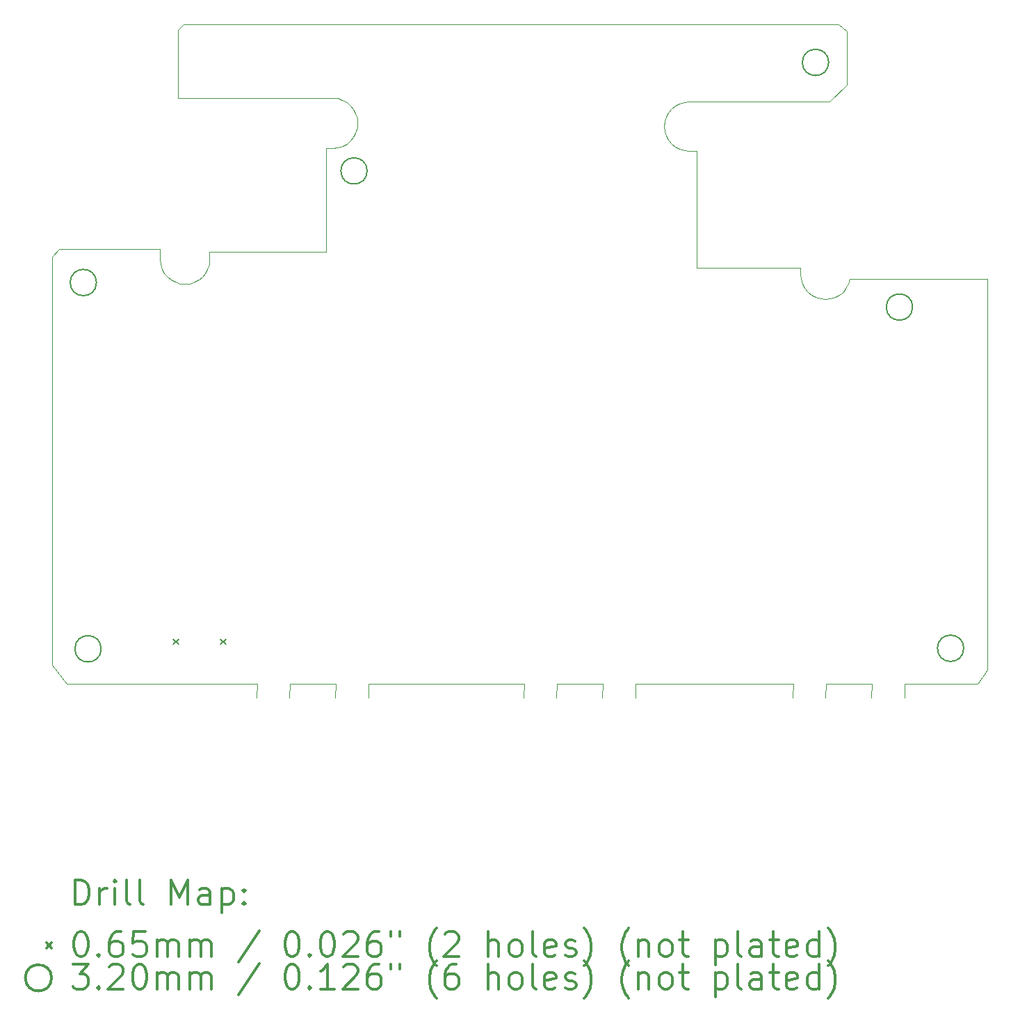
<source format=gbr>
%FSLAX45Y45*%
G04 Gerber Fmt 4.5, Leading zero omitted, Abs format (unit mm)*
G04 Created by KiCad (PCBNEW (5.1.5-0-10_14)) date 2021-06-21 18:30:45*
%MOMM*%
%LPD*%
G04 APERTURE LIST*
%TA.AperFunction,Profile*%
%ADD10C,0.050000*%
%TD*%
%ADD11C,0.200000*%
%ADD12C,0.300000*%
G04 APERTURE END LIST*
D10*
X20180300Y-10217150D02*
X19970750Y-10420350D01*
X13398500Y-17506950D02*
X13394100Y-17680000D01*
X14354100Y-17680000D02*
X14357350Y-17506950D01*
X13004800Y-17506950D02*
X12994100Y-17680000D01*
X13954100Y-17680000D02*
X13957300Y-17506950D01*
X17605300Y-17680000D02*
X17608550Y-17506950D01*
X16256000Y-17506950D02*
X16245300Y-17680000D01*
X16649700Y-17506950D02*
X16645300Y-17680000D01*
X17205300Y-17680000D02*
X17208500Y-17506950D01*
X10677800Y-17506950D02*
X13004800Y-17506950D01*
X14357350Y-17506950D02*
X16256000Y-17506950D01*
X17608550Y-17506950D02*
X19532600Y-17506950D01*
X17208500Y-17506950D02*
X16649700Y-17506950D01*
X13957300Y-17506950D02*
X13398500Y-17506950D01*
X19532600Y-17506950D02*
X19521900Y-17680000D01*
X20881900Y-17680000D02*
X20885150Y-17506950D01*
X19926300Y-17506950D02*
X19921900Y-17680000D01*
X20485100Y-17506950D02*
X19926300Y-17506950D01*
X20481900Y-17680000D02*
X20485100Y-17506950D01*
X21774150Y-17506950D02*
X20885150Y-17506950D01*
X10500000Y-12312650D02*
X10591800Y-12217400D01*
X10500000Y-17278350D02*
X10500000Y-12312650D01*
X10677800Y-17506950D02*
X10500000Y-17278350D01*
X21888450Y-17341850D02*
X21774150Y-17506950D01*
X21888450Y-12579350D02*
X21888450Y-17341850D01*
X20218400Y-12579350D02*
X21888450Y-12579350D01*
X20199350Y-12636500D02*
X20218400Y-12579350D01*
X20167600Y-12693650D02*
X20199350Y-12636500D01*
X20135850Y-12738100D02*
X20167600Y-12693650D01*
X20091400Y-12776200D02*
X20135850Y-12738100D01*
X20040600Y-12801600D02*
X20091400Y-12776200D01*
X19977100Y-12820650D02*
X20040600Y-12801600D01*
X19919950Y-12827000D02*
X19977100Y-12820650D01*
X19856450Y-12820650D02*
X19919950Y-12827000D01*
X19799300Y-12801600D02*
X19856450Y-12820650D01*
X19748500Y-12776200D02*
X19799300Y-12801600D01*
X19704050Y-12738100D02*
X19748500Y-12776200D01*
X19665950Y-12693650D02*
X19704050Y-12738100D01*
X19640550Y-12642850D02*
X19665950Y-12693650D01*
X19621500Y-12579350D02*
X19640550Y-12642850D01*
X19615150Y-12522200D02*
X19621500Y-12579350D01*
X19615150Y-12446000D02*
X19615150Y-12522200D01*
X18351500Y-12446000D02*
X19615150Y-12446000D01*
X18351500Y-11023600D02*
X18351500Y-12446000D01*
X18262600Y-11023600D02*
X18351500Y-11023600D01*
X18199100Y-11017250D02*
X18262600Y-11023600D01*
X18141950Y-10998200D02*
X18199100Y-11017250D01*
X18091150Y-10972800D02*
X18141950Y-10998200D01*
X18046700Y-10934700D02*
X18091150Y-10972800D01*
X18008600Y-10890250D02*
X18046700Y-10934700D01*
X17983200Y-10839450D02*
X18008600Y-10890250D01*
X17964150Y-10782300D02*
X17983200Y-10839450D01*
X17957800Y-10725150D02*
X17964150Y-10782300D01*
X17964150Y-10661650D02*
X17957800Y-10725150D01*
X17976850Y-10610850D02*
X17964150Y-10661650D01*
X18008600Y-10553700D02*
X17976850Y-10610850D01*
X18046700Y-10509250D02*
X18008600Y-10553700D01*
X18091150Y-10471150D02*
X18046700Y-10509250D01*
X18141950Y-10445750D02*
X18091150Y-10471150D01*
X18199100Y-10426700D02*
X18141950Y-10445750D01*
X18256250Y-10420350D02*
X18199100Y-10426700D01*
X19970750Y-10420350D02*
X18256250Y-10420350D01*
X20180300Y-9563100D02*
X20180300Y-10217150D01*
X20078700Y-9480550D02*
X20180300Y-9563100D01*
X12103100Y-9480550D02*
X20078700Y-9480550D01*
X12039600Y-9550400D02*
X12103100Y-9480550D01*
X12039600Y-9728200D02*
X12039600Y-9550400D01*
X12039600Y-10382250D02*
X12039600Y-9728200D01*
X13982700Y-10382250D02*
X12039600Y-10382250D01*
X14033500Y-10401300D02*
X13982700Y-10382250D01*
X14090650Y-10433050D02*
X14033500Y-10401300D01*
X14135100Y-10471150D02*
X14090650Y-10433050D01*
X14173200Y-10515600D02*
X14135100Y-10471150D01*
X14198600Y-10566400D02*
X14173200Y-10515600D01*
X14217650Y-10623550D02*
X14198600Y-10566400D01*
X14224000Y-10680700D02*
X14217650Y-10623550D01*
X14217650Y-10737850D02*
X14224000Y-10680700D01*
X14198600Y-10801350D02*
X14217650Y-10737850D01*
X14173200Y-10852150D02*
X14198600Y-10801350D01*
X14135100Y-10896600D02*
X14173200Y-10852150D01*
X14090650Y-10934700D02*
X14135100Y-10896600D01*
X14046200Y-10960100D02*
X14090650Y-10934700D01*
X13982700Y-10979150D02*
X14046200Y-10960100D01*
X13919200Y-10985500D02*
X13982700Y-10979150D01*
X13843000Y-10985500D02*
X13919200Y-10985500D01*
X13843000Y-12249150D02*
X13843000Y-10985500D01*
X12420600Y-12249150D02*
X13843000Y-12249150D01*
X12420600Y-12344400D02*
X12420600Y-12249150D01*
X12414250Y-12401550D02*
X12420600Y-12344400D01*
X12395200Y-12458700D02*
X12414250Y-12401550D01*
X12369800Y-12509500D02*
X12395200Y-12458700D01*
X12331700Y-12553950D02*
X12369800Y-12509500D01*
X12287250Y-12592050D02*
X12331700Y-12553950D01*
X12236450Y-12617450D02*
X12287250Y-12592050D01*
X12179300Y-12636500D02*
X12236450Y-12617450D01*
X12115800Y-12642850D02*
X12179300Y-12636500D01*
X12065000Y-12636500D02*
X12115800Y-12642850D01*
X12001500Y-12617450D02*
X12065000Y-12636500D01*
X11950700Y-12592050D02*
X12001500Y-12617450D01*
X11906250Y-12553950D02*
X11950700Y-12592050D01*
X11868150Y-12509500D02*
X11906250Y-12553950D01*
X11842750Y-12458700D02*
X11868150Y-12509500D01*
X11823700Y-12401550D02*
X11842750Y-12458700D01*
X11817350Y-12344400D02*
X11823700Y-12401550D01*
X11817350Y-12217400D02*
X11817350Y-12344400D01*
X11252200Y-12217400D02*
X11817350Y-12217400D01*
X10591800Y-12217400D02*
X11252200Y-12217400D01*
D11*
X11978500Y-16962500D02*
X12043500Y-17027500D01*
X12043500Y-16962500D02*
X11978500Y-17027500D01*
X12556500Y-16962500D02*
X12621500Y-17027500D01*
X12621500Y-16962500D02*
X12556500Y-17027500D01*
X20981650Y-12922250D02*
G75*
G03X20981650Y-12922250I-160000J0D01*
G01*
X14339550Y-11264900D02*
G75*
G03X14339550Y-11264900I-160000J0D01*
G01*
X11101050Y-17081500D02*
G75*
G03X11101050Y-17081500I-160000J0D01*
G01*
X11043900Y-12623800D02*
G75*
G03X11043900Y-12623800I-160000J0D01*
G01*
X21603950Y-17075150D02*
G75*
G03X21603950Y-17075150I-160000J0D01*
G01*
X19959300Y-9944100D02*
G75*
G03X19959300Y-9944100I-160000J0D01*
G01*
D12*
X10783928Y-20195714D02*
X10783928Y-19895714D01*
X10855357Y-19895714D01*
X10898214Y-19910000D01*
X10926786Y-19938572D01*
X10941071Y-19967143D01*
X10955357Y-20024286D01*
X10955357Y-20067143D01*
X10941071Y-20124286D01*
X10926786Y-20152857D01*
X10898214Y-20181429D01*
X10855357Y-20195714D01*
X10783928Y-20195714D01*
X11083928Y-20195714D02*
X11083928Y-19995714D01*
X11083928Y-20052857D02*
X11098214Y-20024286D01*
X11112500Y-20010000D01*
X11141071Y-19995714D01*
X11169643Y-19995714D01*
X11269643Y-20195714D02*
X11269643Y-19995714D01*
X11269643Y-19895714D02*
X11255357Y-19910000D01*
X11269643Y-19924286D01*
X11283928Y-19910000D01*
X11269643Y-19895714D01*
X11269643Y-19924286D01*
X11455357Y-20195714D02*
X11426786Y-20181429D01*
X11412500Y-20152857D01*
X11412500Y-19895714D01*
X11612500Y-20195714D02*
X11583928Y-20181429D01*
X11569643Y-20152857D01*
X11569643Y-19895714D01*
X11955357Y-20195714D02*
X11955357Y-19895714D01*
X12055357Y-20110000D01*
X12155357Y-19895714D01*
X12155357Y-20195714D01*
X12426786Y-20195714D02*
X12426786Y-20038572D01*
X12412500Y-20010000D01*
X12383928Y-19995714D01*
X12326786Y-19995714D01*
X12298214Y-20010000D01*
X12426786Y-20181429D02*
X12398214Y-20195714D01*
X12326786Y-20195714D01*
X12298214Y-20181429D01*
X12283928Y-20152857D01*
X12283928Y-20124286D01*
X12298214Y-20095714D01*
X12326786Y-20081429D01*
X12398214Y-20081429D01*
X12426786Y-20067143D01*
X12569643Y-19995714D02*
X12569643Y-20295714D01*
X12569643Y-20010000D02*
X12598214Y-19995714D01*
X12655357Y-19995714D01*
X12683928Y-20010000D01*
X12698214Y-20024286D01*
X12712500Y-20052857D01*
X12712500Y-20138572D01*
X12698214Y-20167143D01*
X12683928Y-20181429D01*
X12655357Y-20195714D01*
X12598214Y-20195714D01*
X12569643Y-20181429D01*
X12841071Y-20167143D02*
X12855357Y-20181429D01*
X12841071Y-20195714D01*
X12826786Y-20181429D01*
X12841071Y-20167143D01*
X12841071Y-20195714D01*
X12841071Y-20010000D02*
X12855357Y-20024286D01*
X12841071Y-20038572D01*
X12826786Y-20024286D01*
X12841071Y-20010000D01*
X12841071Y-20038572D01*
X10432500Y-20657500D02*
X10497500Y-20722500D01*
X10497500Y-20657500D02*
X10432500Y-20722500D01*
X10841071Y-20525714D02*
X10869643Y-20525714D01*
X10898214Y-20540000D01*
X10912500Y-20554286D01*
X10926786Y-20582857D01*
X10941071Y-20640000D01*
X10941071Y-20711429D01*
X10926786Y-20768572D01*
X10912500Y-20797143D01*
X10898214Y-20811429D01*
X10869643Y-20825714D01*
X10841071Y-20825714D01*
X10812500Y-20811429D01*
X10798214Y-20797143D01*
X10783928Y-20768572D01*
X10769643Y-20711429D01*
X10769643Y-20640000D01*
X10783928Y-20582857D01*
X10798214Y-20554286D01*
X10812500Y-20540000D01*
X10841071Y-20525714D01*
X11069643Y-20797143D02*
X11083928Y-20811429D01*
X11069643Y-20825714D01*
X11055357Y-20811429D01*
X11069643Y-20797143D01*
X11069643Y-20825714D01*
X11341071Y-20525714D02*
X11283928Y-20525714D01*
X11255357Y-20540000D01*
X11241071Y-20554286D01*
X11212500Y-20597143D01*
X11198214Y-20654286D01*
X11198214Y-20768572D01*
X11212500Y-20797143D01*
X11226786Y-20811429D01*
X11255357Y-20825714D01*
X11312500Y-20825714D01*
X11341071Y-20811429D01*
X11355357Y-20797143D01*
X11369643Y-20768572D01*
X11369643Y-20697143D01*
X11355357Y-20668572D01*
X11341071Y-20654286D01*
X11312500Y-20640000D01*
X11255357Y-20640000D01*
X11226786Y-20654286D01*
X11212500Y-20668572D01*
X11198214Y-20697143D01*
X11641071Y-20525714D02*
X11498214Y-20525714D01*
X11483928Y-20668572D01*
X11498214Y-20654286D01*
X11526786Y-20640000D01*
X11598214Y-20640000D01*
X11626786Y-20654286D01*
X11641071Y-20668572D01*
X11655357Y-20697143D01*
X11655357Y-20768572D01*
X11641071Y-20797143D01*
X11626786Y-20811429D01*
X11598214Y-20825714D01*
X11526786Y-20825714D01*
X11498214Y-20811429D01*
X11483928Y-20797143D01*
X11783928Y-20825714D02*
X11783928Y-20625714D01*
X11783928Y-20654286D02*
X11798214Y-20640000D01*
X11826786Y-20625714D01*
X11869643Y-20625714D01*
X11898214Y-20640000D01*
X11912500Y-20668572D01*
X11912500Y-20825714D01*
X11912500Y-20668572D02*
X11926786Y-20640000D01*
X11955357Y-20625714D01*
X11998214Y-20625714D01*
X12026786Y-20640000D01*
X12041071Y-20668572D01*
X12041071Y-20825714D01*
X12183928Y-20825714D02*
X12183928Y-20625714D01*
X12183928Y-20654286D02*
X12198214Y-20640000D01*
X12226786Y-20625714D01*
X12269643Y-20625714D01*
X12298214Y-20640000D01*
X12312500Y-20668572D01*
X12312500Y-20825714D01*
X12312500Y-20668572D02*
X12326786Y-20640000D01*
X12355357Y-20625714D01*
X12398214Y-20625714D01*
X12426786Y-20640000D01*
X12441071Y-20668572D01*
X12441071Y-20825714D01*
X13026786Y-20511429D02*
X12769643Y-20897143D01*
X13412500Y-20525714D02*
X13441071Y-20525714D01*
X13469643Y-20540000D01*
X13483928Y-20554286D01*
X13498214Y-20582857D01*
X13512500Y-20640000D01*
X13512500Y-20711429D01*
X13498214Y-20768572D01*
X13483928Y-20797143D01*
X13469643Y-20811429D01*
X13441071Y-20825714D01*
X13412500Y-20825714D01*
X13383928Y-20811429D01*
X13369643Y-20797143D01*
X13355357Y-20768572D01*
X13341071Y-20711429D01*
X13341071Y-20640000D01*
X13355357Y-20582857D01*
X13369643Y-20554286D01*
X13383928Y-20540000D01*
X13412500Y-20525714D01*
X13641071Y-20797143D02*
X13655357Y-20811429D01*
X13641071Y-20825714D01*
X13626786Y-20811429D01*
X13641071Y-20797143D01*
X13641071Y-20825714D01*
X13841071Y-20525714D02*
X13869643Y-20525714D01*
X13898214Y-20540000D01*
X13912500Y-20554286D01*
X13926786Y-20582857D01*
X13941071Y-20640000D01*
X13941071Y-20711429D01*
X13926786Y-20768572D01*
X13912500Y-20797143D01*
X13898214Y-20811429D01*
X13869643Y-20825714D01*
X13841071Y-20825714D01*
X13812500Y-20811429D01*
X13798214Y-20797143D01*
X13783928Y-20768572D01*
X13769643Y-20711429D01*
X13769643Y-20640000D01*
X13783928Y-20582857D01*
X13798214Y-20554286D01*
X13812500Y-20540000D01*
X13841071Y-20525714D01*
X14055357Y-20554286D02*
X14069643Y-20540000D01*
X14098214Y-20525714D01*
X14169643Y-20525714D01*
X14198214Y-20540000D01*
X14212500Y-20554286D01*
X14226786Y-20582857D01*
X14226786Y-20611429D01*
X14212500Y-20654286D01*
X14041071Y-20825714D01*
X14226786Y-20825714D01*
X14483928Y-20525714D02*
X14426786Y-20525714D01*
X14398214Y-20540000D01*
X14383928Y-20554286D01*
X14355357Y-20597143D01*
X14341071Y-20654286D01*
X14341071Y-20768572D01*
X14355357Y-20797143D01*
X14369643Y-20811429D01*
X14398214Y-20825714D01*
X14455357Y-20825714D01*
X14483928Y-20811429D01*
X14498214Y-20797143D01*
X14512500Y-20768572D01*
X14512500Y-20697143D01*
X14498214Y-20668572D01*
X14483928Y-20654286D01*
X14455357Y-20640000D01*
X14398214Y-20640000D01*
X14369643Y-20654286D01*
X14355357Y-20668572D01*
X14341071Y-20697143D01*
X14626786Y-20525714D02*
X14626786Y-20582857D01*
X14741071Y-20525714D02*
X14741071Y-20582857D01*
X15183928Y-20940000D02*
X15169643Y-20925714D01*
X15141071Y-20882857D01*
X15126786Y-20854286D01*
X15112500Y-20811429D01*
X15098214Y-20740000D01*
X15098214Y-20682857D01*
X15112500Y-20611429D01*
X15126786Y-20568572D01*
X15141071Y-20540000D01*
X15169643Y-20497143D01*
X15183928Y-20482857D01*
X15283928Y-20554286D02*
X15298214Y-20540000D01*
X15326786Y-20525714D01*
X15398214Y-20525714D01*
X15426786Y-20540000D01*
X15441071Y-20554286D01*
X15455357Y-20582857D01*
X15455357Y-20611429D01*
X15441071Y-20654286D01*
X15269643Y-20825714D01*
X15455357Y-20825714D01*
X15812500Y-20825714D02*
X15812500Y-20525714D01*
X15941071Y-20825714D02*
X15941071Y-20668572D01*
X15926786Y-20640000D01*
X15898214Y-20625714D01*
X15855357Y-20625714D01*
X15826786Y-20640000D01*
X15812500Y-20654286D01*
X16126786Y-20825714D02*
X16098214Y-20811429D01*
X16083928Y-20797143D01*
X16069643Y-20768572D01*
X16069643Y-20682857D01*
X16083928Y-20654286D01*
X16098214Y-20640000D01*
X16126786Y-20625714D01*
X16169643Y-20625714D01*
X16198214Y-20640000D01*
X16212500Y-20654286D01*
X16226786Y-20682857D01*
X16226786Y-20768572D01*
X16212500Y-20797143D01*
X16198214Y-20811429D01*
X16169643Y-20825714D01*
X16126786Y-20825714D01*
X16398214Y-20825714D02*
X16369643Y-20811429D01*
X16355357Y-20782857D01*
X16355357Y-20525714D01*
X16626786Y-20811429D02*
X16598214Y-20825714D01*
X16541071Y-20825714D01*
X16512500Y-20811429D01*
X16498214Y-20782857D01*
X16498214Y-20668572D01*
X16512500Y-20640000D01*
X16541071Y-20625714D01*
X16598214Y-20625714D01*
X16626786Y-20640000D01*
X16641071Y-20668572D01*
X16641071Y-20697143D01*
X16498214Y-20725714D01*
X16755357Y-20811429D02*
X16783928Y-20825714D01*
X16841071Y-20825714D01*
X16869643Y-20811429D01*
X16883928Y-20782857D01*
X16883928Y-20768572D01*
X16869643Y-20740000D01*
X16841071Y-20725714D01*
X16798214Y-20725714D01*
X16769643Y-20711429D01*
X16755357Y-20682857D01*
X16755357Y-20668572D01*
X16769643Y-20640000D01*
X16798214Y-20625714D01*
X16841071Y-20625714D01*
X16869643Y-20640000D01*
X16983928Y-20940000D02*
X16998214Y-20925714D01*
X17026786Y-20882857D01*
X17041071Y-20854286D01*
X17055357Y-20811429D01*
X17069643Y-20740000D01*
X17069643Y-20682857D01*
X17055357Y-20611429D01*
X17041071Y-20568572D01*
X17026786Y-20540000D01*
X16998214Y-20497143D01*
X16983928Y-20482857D01*
X17526786Y-20940000D02*
X17512500Y-20925714D01*
X17483928Y-20882857D01*
X17469643Y-20854286D01*
X17455357Y-20811429D01*
X17441071Y-20740000D01*
X17441071Y-20682857D01*
X17455357Y-20611429D01*
X17469643Y-20568572D01*
X17483928Y-20540000D01*
X17512500Y-20497143D01*
X17526786Y-20482857D01*
X17641071Y-20625714D02*
X17641071Y-20825714D01*
X17641071Y-20654286D02*
X17655357Y-20640000D01*
X17683928Y-20625714D01*
X17726786Y-20625714D01*
X17755357Y-20640000D01*
X17769643Y-20668572D01*
X17769643Y-20825714D01*
X17955357Y-20825714D02*
X17926786Y-20811429D01*
X17912500Y-20797143D01*
X17898214Y-20768572D01*
X17898214Y-20682857D01*
X17912500Y-20654286D01*
X17926786Y-20640000D01*
X17955357Y-20625714D01*
X17998214Y-20625714D01*
X18026786Y-20640000D01*
X18041071Y-20654286D01*
X18055357Y-20682857D01*
X18055357Y-20768572D01*
X18041071Y-20797143D01*
X18026786Y-20811429D01*
X17998214Y-20825714D01*
X17955357Y-20825714D01*
X18141071Y-20625714D02*
X18255357Y-20625714D01*
X18183928Y-20525714D02*
X18183928Y-20782857D01*
X18198214Y-20811429D01*
X18226786Y-20825714D01*
X18255357Y-20825714D01*
X18583928Y-20625714D02*
X18583928Y-20925714D01*
X18583928Y-20640000D02*
X18612500Y-20625714D01*
X18669643Y-20625714D01*
X18698214Y-20640000D01*
X18712500Y-20654286D01*
X18726786Y-20682857D01*
X18726786Y-20768572D01*
X18712500Y-20797143D01*
X18698214Y-20811429D01*
X18669643Y-20825714D01*
X18612500Y-20825714D01*
X18583928Y-20811429D01*
X18898214Y-20825714D02*
X18869643Y-20811429D01*
X18855357Y-20782857D01*
X18855357Y-20525714D01*
X19141071Y-20825714D02*
X19141071Y-20668572D01*
X19126786Y-20640000D01*
X19098214Y-20625714D01*
X19041071Y-20625714D01*
X19012500Y-20640000D01*
X19141071Y-20811429D02*
X19112500Y-20825714D01*
X19041071Y-20825714D01*
X19012500Y-20811429D01*
X18998214Y-20782857D01*
X18998214Y-20754286D01*
X19012500Y-20725714D01*
X19041071Y-20711429D01*
X19112500Y-20711429D01*
X19141071Y-20697143D01*
X19241071Y-20625714D02*
X19355357Y-20625714D01*
X19283928Y-20525714D02*
X19283928Y-20782857D01*
X19298214Y-20811429D01*
X19326786Y-20825714D01*
X19355357Y-20825714D01*
X19569643Y-20811429D02*
X19541071Y-20825714D01*
X19483928Y-20825714D01*
X19455357Y-20811429D01*
X19441071Y-20782857D01*
X19441071Y-20668572D01*
X19455357Y-20640000D01*
X19483928Y-20625714D01*
X19541071Y-20625714D01*
X19569643Y-20640000D01*
X19583928Y-20668572D01*
X19583928Y-20697143D01*
X19441071Y-20725714D01*
X19841071Y-20825714D02*
X19841071Y-20525714D01*
X19841071Y-20811429D02*
X19812500Y-20825714D01*
X19755357Y-20825714D01*
X19726786Y-20811429D01*
X19712500Y-20797143D01*
X19698214Y-20768572D01*
X19698214Y-20682857D01*
X19712500Y-20654286D01*
X19726786Y-20640000D01*
X19755357Y-20625714D01*
X19812500Y-20625714D01*
X19841071Y-20640000D01*
X19955357Y-20940000D02*
X19969643Y-20925714D01*
X19998214Y-20882857D01*
X20012500Y-20854286D01*
X20026786Y-20811429D01*
X20041071Y-20740000D01*
X20041071Y-20682857D01*
X20026786Y-20611429D01*
X20012500Y-20568572D01*
X19998214Y-20540000D01*
X19969643Y-20497143D01*
X19955357Y-20482857D01*
X10497500Y-21086000D02*
G75*
G03X10497500Y-21086000I-160000J0D01*
G01*
X10755357Y-20921714D02*
X10941071Y-20921714D01*
X10841071Y-21036000D01*
X10883928Y-21036000D01*
X10912500Y-21050286D01*
X10926786Y-21064572D01*
X10941071Y-21093143D01*
X10941071Y-21164572D01*
X10926786Y-21193143D01*
X10912500Y-21207429D01*
X10883928Y-21221714D01*
X10798214Y-21221714D01*
X10769643Y-21207429D01*
X10755357Y-21193143D01*
X11069643Y-21193143D02*
X11083928Y-21207429D01*
X11069643Y-21221714D01*
X11055357Y-21207429D01*
X11069643Y-21193143D01*
X11069643Y-21221714D01*
X11198214Y-20950286D02*
X11212500Y-20936000D01*
X11241071Y-20921714D01*
X11312500Y-20921714D01*
X11341071Y-20936000D01*
X11355357Y-20950286D01*
X11369643Y-20978857D01*
X11369643Y-21007429D01*
X11355357Y-21050286D01*
X11183928Y-21221714D01*
X11369643Y-21221714D01*
X11555357Y-20921714D02*
X11583928Y-20921714D01*
X11612500Y-20936000D01*
X11626786Y-20950286D01*
X11641071Y-20978857D01*
X11655357Y-21036000D01*
X11655357Y-21107429D01*
X11641071Y-21164572D01*
X11626786Y-21193143D01*
X11612500Y-21207429D01*
X11583928Y-21221714D01*
X11555357Y-21221714D01*
X11526786Y-21207429D01*
X11512500Y-21193143D01*
X11498214Y-21164572D01*
X11483928Y-21107429D01*
X11483928Y-21036000D01*
X11498214Y-20978857D01*
X11512500Y-20950286D01*
X11526786Y-20936000D01*
X11555357Y-20921714D01*
X11783928Y-21221714D02*
X11783928Y-21021714D01*
X11783928Y-21050286D02*
X11798214Y-21036000D01*
X11826786Y-21021714D01*
X11869643Y-21021714D01*
X11898214Y-21036000D01*
X11912500Y-21064572D01*
X11912500Y-21221714D01*
X11912500Y-21064572D02*
X11926786Y-21036000D01*
X11955357Y-21021714D01*
X11998214Y-21021714D01*
X12026786Y-21036000D01*
X12041071Y-21064572D01*
X12041071Y-21221714D01*
X12183928Y-21221714D02*
X12183928Y-21021714D01*
X12183928Y-21050286D02*
X12198214Y-21036000D01*
X12226786Y-21021714D01*
X12269643Y-21021714D01*
X12298214Y-21036000D01*
X12312500Y-21064572D01*
X12312500Y-21221714D01*
X12312500Y-21064572D02*
X12326786Y-21036000D01*
X12355357Y-21021714D01*
X12398214Y-21021714D01*
X12426786Y-21036000D01*
X12441071Y-21064572D01*
X12441071Y-21221714D01*
X13026786Y-20907429D02*
X12769643Y-21293143D01*
X13412500Y-20921714D02*
X13441071Y-20921714D01*
X13469643Y-20936000D01*
X13483928Y-20950286D01*
X13498214Y-20978857D01*
X13512500Y-21036000D01*
X13512500Y-21107429D01*
X13498214Y-21164572D01*
X13483928Y-21193143D01*
X13469643Y-21207429D01*
X13441071Y-21221714D01*
X13412500Y-21221714D01*
X13383928Y-21207429D01*
X13369643Y-21193143D01*
X13355357Y-21164572D01*
X13341071Y-21107429D01*
X13341071Y-21036000D01*
X13355357Y-20978857D01*
X13369643Y-20950286D01*
X13383928Y-20936000D01*
X13412500Y-20921714D01*
X13641071Y-21193143D02*
X13655357Y-21207429D01*
X13641071Y-21221714D01*
X13626786Y-21207429D01*
X13641071Y-21193143D01*
X13641071Y-21221714D01*
X13941071Y-21221714D02*
X13769643Y-21221714D01*
X13855357Y-21221714D02*
X13855357Y-20921714D01*
X13826786Y-20964572D01*
X13798214Y-20993143D01*
X13769643Y-21007429D01*
X14055357Y-20950286D02*
X14069643Y-20936000D01*
X14098214Y-20921714D01*
X14169643Y-20921714D01*
X14198214Y-20936000D01*
X14212500Y-20950286D01*
X14226786Y-20978857D01*
X14226786Y-21007429D01*
X14212500Y-21050286D01*
X14041071Y-21221714D01*
X14226786Y-21221714D01*
X14483928Y-20921714D02*
X14426786Y-20921714D01*
X14398214Y-20936000D01*
X14383928Y-20950286D01*
X14355357Y-20993143D01*
X14341071Y-21050286D01*
X14341071Y-21164572D01*
X14355357Y-21193143D01*
X14369643Y-21207429D01*
X14398214Y-21221714D01*
X14455357Y-21221714D01*
X14483928Y-21207429D01*
X14498214Y-21193143D01*
X14512500Y-21164572D01*
X14512500Y-21093143D01*
X14498214Y-21064572D01*
X14483928Y-21050286D01*
X14455357Y-21036000D01*
X14398214Y-21036000D01*
X14369643Y-21050286D01*
X14355357Y-21064572D01*
X14341071Y-21093143D01*
X14626786Y-20921714D02*
X14626786Y-20978857D01*
X14741071Y-20921714D02*
X14741071Y-20978857D01*
X15183928Y-21336000D02*
X15169643Y-21321714D01*
X15141071Y-21278857D01*
X15126786Y-21250286D01*
X15112500Y-21207429D01*
X15098214Y-21136000D01*
X15098214Y-21078857D01*
X15112500Y-21007429D01*
X15126786Y-20964572D01*
X15141071Y-20936000D01*
X15169643Y-20893143D01*
X15183928Y-20878857D01*
X15426786Y-20921714D02*
X15369643Y-20921714D01*
X15341071Y-20936000D01*
X15326786Y-20950286D01*
X15298214Y-20993143D01*
X15283928Y-21050286D01*
X15283928Y-21164572D01*
X15298214Y-21193143D01*
X15312500Y-21207429D01*
X15341071Y-21221714D01*
X15398214Y-21221714D01*
X15426786Y-21207429D01*
X15441071Y-21193143D01*
X15455357Y-21164572D01*
X15455357Y-21093143D01*
X15441071Y-21064572D01*
X15426786Y-21050286D01*
X15398214Y-21036000D01*
X15341071Y-21036000D01*
X15312500Y-21050286D01*
X15298214Y-21064572D01*
X15283928Y-21093143D01*
X15812500Y-21221714D02*
X15812500Y-20921714D01*
X15941071Y-21221714D02*
X15941071Y-21064572D01*
X15926786Y-21036000D01*
X15898214Y-21021714D01*
X15855357Y-21021714D01*
X15826786Y-21036000D01*
X15812500Y-21050286D01*
X16126786Y-21221714D02*
X16098214Y-21207429D01*
X16083928Y-21193143D01*
X16069643Y-21164572D01*
X16069643Y-21078857D01*
X16083928Y-21050286D01*
X16098214Y-21036000D01*
X16126786Y-21021714D01*
X16169643Y-21021714D01*
X16198214Y-21036000D01*
X16212500Y-21050286D01*
X16226786Y-21078857D01*
X16226786Y-21164572D01*
X16212500Y-21193143D01*
X16198214Y-21207429D01*
X16169643Y-21221714D01*
X16126786Y-21221714D01*
X16398214Y-21221714D02*
X16369643Y-21207429D01*
X16355357Y-21178857D01*
X16355357Y-20921714D01*
X16626786Y-21207429D02*
X16598214Y-21221714D01*
X16541071Y-21221714D01*
X16512500Y-21207429D01*
X16498214Y-21178857D01*
X16498214Y-21064572D01*
X16512500Y-21036000D01*
X16541071Y-21021714D01*
X16598214Y-21021714D01*
X16626786Y-21036000D01*
X16641071Y-21064572D01*
X16641071Y-21093143D01*
X16498214Y-21121714D01*
X16755357Y-21207429D02*
X16783928Y-21221714D01*
X16841071Y-21221714D01*
X16869643Y-21207429D01*
X16883928Y-21178857D01*
X16883928Y-21164572D01*
X16869643Y-21136000D01*
X16841071Y-21121714D01*
X16798214Y-21121714D01*
X16769643Y-21107429D01*
X16755357Y-21078857D01*
X16755357Y-21064572D01*
X16769643Y-21036000D01*
X16798214Y-21021714D01*
X16841071Y-21021714D01*
X16869643Y-21036000D01*
X16983928Y-21336000D02*
X16998214Y-21321714D01*
X17026786Y-21278857D01*
X17041071Y-21250286D01*
X17055357Y-21207429D01*
X17069643Y-21136000D01*
X17069643Y-21078857D01*
X17055357Y-21007429D01*
X17041071Y-20964572D01*
X17026786Y-20936000D01*
X16998214Y-20893143D01*
X16983928Y-20878857D01*
X17526786Y-21336000D02*
X17512500Y-21321714D01*
X17483928Y-21278857D01*
X17469643Y-21250286D01*
X17455357Y-21207429D01*
X17441071Y-21136000D01*
X17441071Y-21078857D01*
X17455357Y-21007429D01*
X17469643Y-20964572D01*
X17483928Y-20936000D01*
X17512500Y-20893143D01*
X17526786Y-20878857D01*
X17641071Y-21021714D02*
X17641071Y-21221714D01*
X17641071Y-21050286D02*
X17655357Y-21036000D01*
X17683928Y-21021714D01*
X17726786Y-21021714D01*
X17755357Y-21036000D01*
X17769643Y-21064572D01*
X17769643Y-21221714D01*
X17955357Y-21221714D02*
X17926786Y-21207429D01*
X17912500Y-21193143D01*
X17898214Y-21164572D01*
X17898214Y-21078857D01*
X17912500Y-21050286D01*
X17926786Y-21036000D01*
X17955357Y-21021714D01*
X17998214Y-21021714D01*
X18026786Y-21036000D01*
X18041071Y-21050286D01*
X18055357Y-21078857D01*
X18055357Y-21164572D01*
X18041071Y-21193143D01*
X18026786Y-21207429D01*
X17998214Y-21221714D01*
X17955357Y-21221714D01*
X18141071Y-21021714D02*
X18255357Y-21021714D01*
X18183928Y-20921714D02*
X18183928Y-21178857D01*
X18198214Y-21207429D01*
X18226786Y-21221714D01*
X18255357Y-21221714D01*
X18583928Y-21021714D02*
X18583928Y-21321714D01*
X18583928Y-21036000D02*
X18612500Y-21021714D01*
X18669643Y-21021714D01*
X18698214Y-21036000D01*
X18712500Y-21050286D01*
X18726786Y-21078857D01*
X18726786Y-21164572D01*
X18712500Y-21193143D01*
X18698214Y-21207429D01*
X18669643Y-21221714D01*
X18612500Y-21221714D01*
X18583928Y-21207429D01*
X18898214Y-21221714D02*
X18869643Y-21207429D01*
X18855357Y-21178857D01*
X18855357Y-20921714D01*
X19141071Y-21221714D02*
X19141071Y-21064572D01*
X19126786Y-21036000D01*
X19098214Y-21021714D01*
X19041071Y-21021714D01*
X19012500Y-21036000D01*
X19141071Y-21207429D02*
X19112500Y-21221714D01*
X19041071Y-21221714D01*
X19012500Y-21207429D01*
X18998214Y-21178857D01*
X18998214Y-21150286D01*
X19012500Y-21121714D01*
X19041071Y-21107429D01*
X19112500Y-21107429D01*
X19141071Y-21093143D01*
X19241071Y-21021714D02*
X19355357Y-21021714D01*
X19283928Y-20921714D02*
X19283928Y-21178857D01*
X19298214Y-21207429D01*
X19326786Y-21221714D01*
X19355357Y-21221714D01*
X19569643Y-21207429D02*
X19541071Y-21221714D01*
X19483928Y-21221714D01*
X19455357Y-21207429D01*
X19441071Y-21178857D01*
X19441071Y-21064572D01*
X19455357Y-21036000D01*
X19483928Y-21021714D01*
X19541071Y-21021714D01*
X19569643Y-21036000D01*
X19583928Y-21064572D01*
X19583928Y-21093143D01*
X19441071Y-21121714D01*
X19841071Y-21221714D02*
X19841071Y-20921714D01*
X19841071Y-21207429D02*
X19812500Y-21221714D01*
X19755357Y-21221714D01*
X19726786Y-21207429D01*
X19712500Y-21193143D01*
X19698214Y-21164572D01*
X19698214Y-21078857D01*
X19712500Y-21050286D01*
X19726786Y-21036000D01*
X19755357Y-21021714D01*
X19812500Y-21021714D01*
X19841071Y-21036000D01*
X19955357Y-21336000D02*
X19969643Y-21321714D01*
X19998214Y-21278857D01*
X20012500Y-21250286D01*
X20026786Y-21207429D01*
X20041071Y-21136000D01*
X20041071Y-21078857D01*
X20026786Y-21007429D01*
X20012500Y-20964572D01*
X19998214Y-20936000D01*
X19969643Y-20893143D01*
X19955357Y-20878857D01*
M02*

</source>
